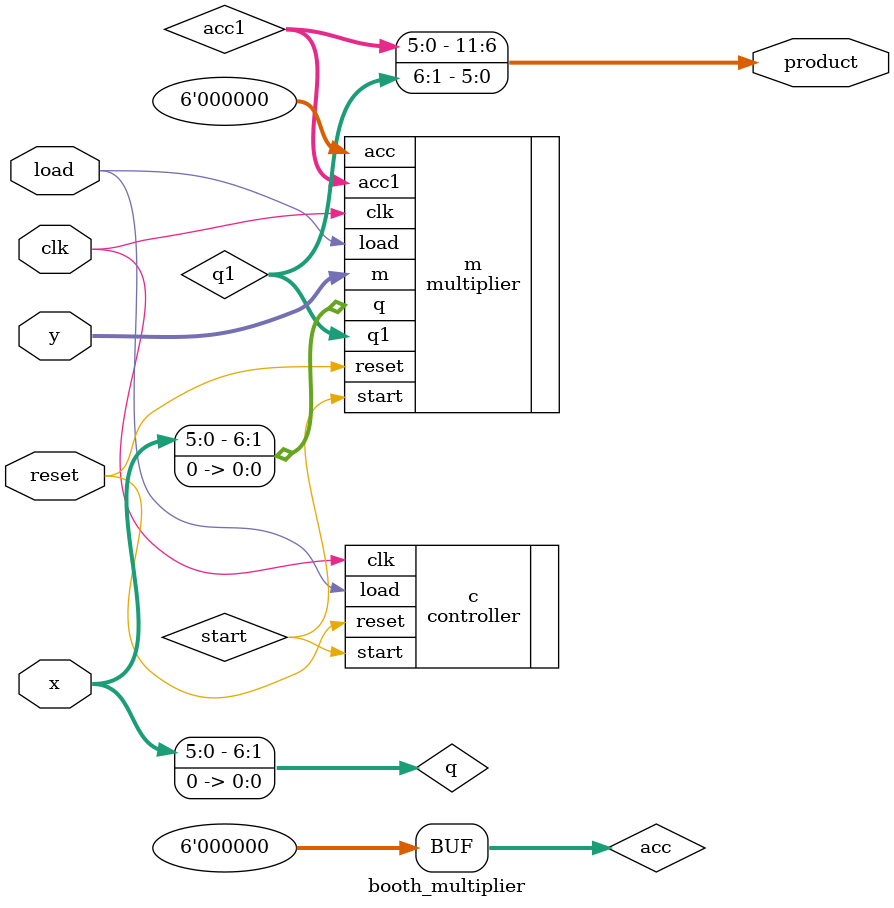
<source format=v>
`timescale 1ns / 1ps
module booth_multiplier(input [5:0] x, input [5:0] y, 
output [11:0] product, input clk, input reset, input load
    );
	wire [5:0] acc;
	wire[6:0] q;
	wire [5:0] acc1;
	wire[6:0] q1;
	assign acc = 6'b000000;
	assign q = {x,1'b0};
	controller c(.load(load),.clk(clk),.reset(reset),.start(start));
	multiplier m(.load(load),.start(start),.reset(reset),.acc(acc),.q(q),.m(y),.clk(clk), .acc1(acc1), .q1(q1));
	assign product = {acc1,q1[6:1]};
	

endmodule

</source>
